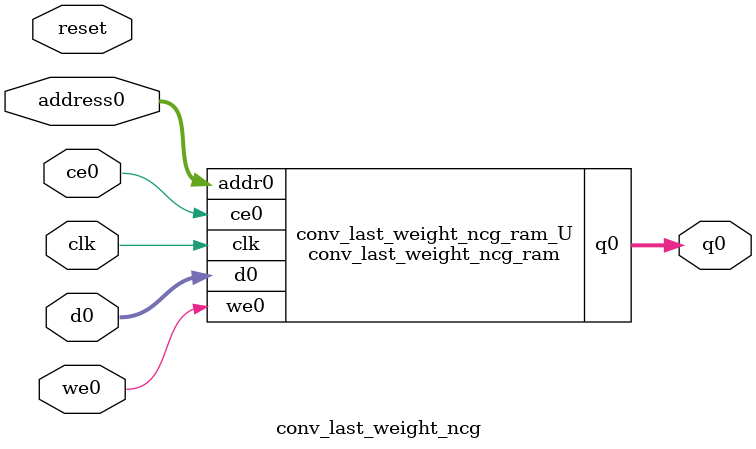
<source format=v>

`timescale 1 ns / 1 ps
module conv_last_weight_ncg_ram (addr0, ce0, d0, we0, q0,  clk);

parameter DWIDTH = 8;
parameter AWIDTH = 14;
parameter MEM_SIZE = 12288;

input[AWIDTH-1:0] addr0;
input ce0;
input[DWIDTH-1:0] d0;
input we0;
output reg[DWIDTH-1:0] q0;
input clk;

(* ram_style = "block" *)reg [DWIDTH-1:0] ram[0:MEM_SIZE-1];




always @(posedge clk)  
begin 
    if (ce0) 
    begin
        if (we0) 
        begin 
            ram[addr0] <= d0; 
            q0 <= d0;
        end 
        else 
            q0 <= ram[addr0];
    end
end


endmodule


`timescale 1 ns / 1 ps
module conv_last_weight_ncg(
    reset,
    clk,
    address0,
    ce0,
    we0,
    d0,
    q0);

parameter DataWidth = 32'd8;
parameter AddressRange = 32'd12288;
parameter AddressWidth = 32'd14;
input reset;
input clk;
input[AddressWidth - 1:0] address0;
input ce0;
input we0;
input[DataWidth - 1:0] d0;
output[DataWidth - 1:0] q0;



conv_last_weight_ncg_ram conv_last_weight_ncg_ram_U(
    .clk( clk ),
    .addr0( address0 ),
    .ce0( ce0 ),
    .d0( d0 ),
    .we0( we0 ),
    .q0( q0 ));

endmodule


</source>
